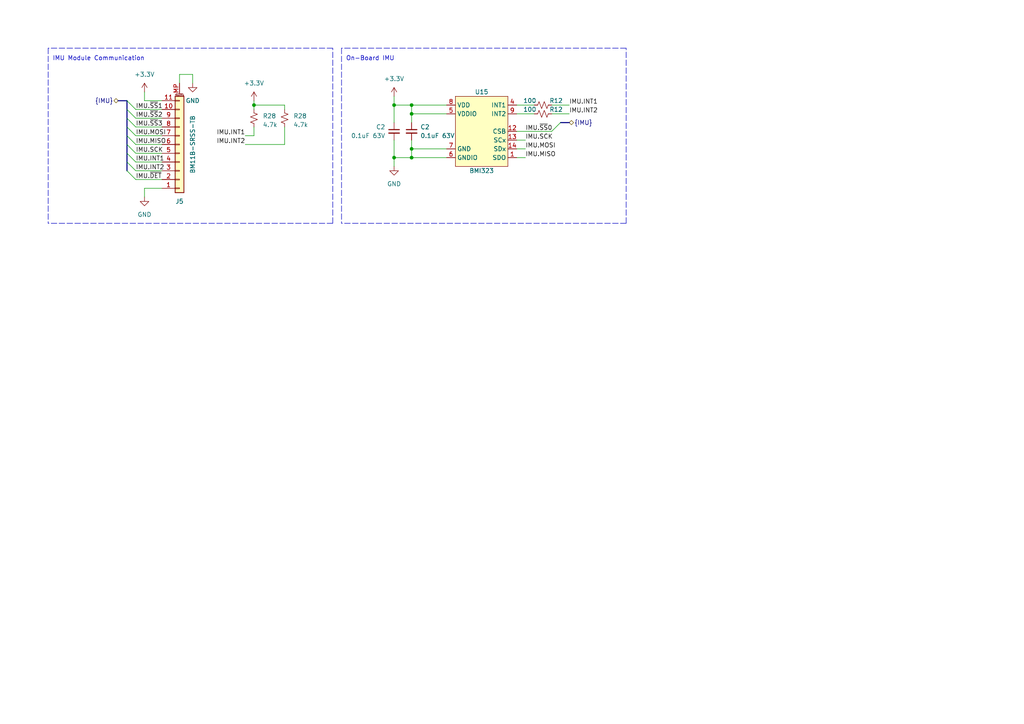
<source format=kicad_sch>
(kicad_sch (version 20230121) (generator eeschema)
  (paper "A4")
  (lib_symbols
    (symbol "AT-IMU:BMI323"
      (property "Reference" "U" (at 0 11.43 0))
      (property "Value" "BMI323" (at 0 -11.43 0))
      (symbol "BMI323_0_1"
        (rectangle (start -7.62 10.16) (end 7.62 -10.16) (fill (type background)))
      )
      (symbol "BMI323_1_1"
        (pin bidirectional line (at 10.16 -7.62 180) (length 2.54) (name "SDO") (number "1"))
        (pin no_connect line (at 33.02 -5.08 0) (length 2.54) hide (name "NC") (number "10"))
        (pin no_connect line (at 33.02 -7.62 0) (length 2.54) hide (name "NC") (number "11"))
        (pin input line (at 10.16 0 180) (length 2.54) (name "CSB") (number "12"))
        (pin input line (at 10.16 -2.54 180) (length 2.54) (name "SCx") (number "13"))
        (pin bidirectional line (at 10.16 -5.08 180) (length 2.54) (name "SDx") (number "14"))
        (pin no_connect line (at 33.02 0 0) (length 2.54) hide (name "NC") (number "2"))
        (pin no_connect line (at 33.02 -2.54 0) (length 2.54) hide (name "NC") (number "3"))
        (pin bidirectional line (at 10.16 7.62 180) (length 2.54) (name "INT1") (number "4"))
        (pin power_in line (at -10.16 5.08 0) (length 2.54) (name "VDDIO") (number "5"))
        (pin power_in line (at -10.16 -7.62 0) (length 2.54) (name "GNDIO") (number "6"))
        (pin power_in line (at -10.16 -5.08 0) (length 2.54) (name "GND") (number "7"))
        (pin power_in line (at -10.16 7.62 0) (length 2.54) (name "VDD") (number "8"))
        (pin bidirectional line (at 10.16 5.08 180) (length 2.54) (name "INT2") (number "9"))
      )
    )
    (symbol "Connector_Generic_MountingPin:Conn_01x11_MountingPin" (pin_names (offset 1.016) hide)
      (property "Reference" "J" (at 0 15.24 0))
      (property "Value" "Conn_01x11_MountingPin" (at 1.27 -15.24 0))
      (symbol "Conn_01x11_MountingPin_1_1"
        (rectangle (start -1.27 -12.573) (end 0 -12.827) (stroke (width 0.1524)))
        (rectangle (start -1.27 -10.033) (end 0 -10.287) (stroke (width 0.1524)))
        (rectangle (start -1.27 -7.493) (end 0 -7.747) (stroke (width 0.1524)))
        (rectangle (start -1.27 -4.953) (end 0 -5.207) (stroke (width 0.1524)))
        (rectangle (start -1.27 -2.413) (end 0 -2.667) (stroke (width 0.1524)))
        (rectangle (start -1.27 0.127) (end 0 -0.127) (stroke (width 0.1524)))
        (rectangle (start -1.27 2.667) (end 0 2.413) (stroke (width 0.1524)))
        (rectangle (start -1.27 5.207) (end 0 4.953) (stroke (width 0.1524)))
        (rectangle (start -1.27 7.747) (end 0 7.493) (stroke (width 0.1524)))
        (rectangle (start -1.27 10.287) (end 0 10.033) (stroke (width 0.1524)))
        (rectangle (start -1.27 12.827) (end 0 12.573) (stroke (width 0.1524)))
        (rectangle (start -1.27 13.97) (end 1.27 -13.97) (stroke (width 0.254)) (fill (type background)))
        (polyline (pts (xy -1.016 -14.732) (xy 1.016 -14.732)) (stroke (width 0.1524)))
        (text "Mounting" (at 0 -14.351 0) (effects (font (size 0.381 0.381))))
        (pin passive line (at -5.08 12.7 0) (length 3.81) (name "Pin_1") (number "1"))
        (pin passive line (at -5.08 -10.16 0) (length 3.81) (name "Pin_10") (number "10"))
        (pin passive line (at -5.08 -12.7 0) (length 3.81) (name "Pin_11") (number "11"))
        (pin passive line (at -5.08 10.16 0) (length 3.81) (name "Pin_2") (number "2"))
        (pin passive line (at -5.08 7.62 0) (length 3.81) (name "Pin_3") (number "3"))
        (pin passive line (at -5.08 5.08 0) (length 3.81) (name "Pin_4") (number "4"))
        (pin passive line (at -5.08 2.54 0) (length 3.81) (name "Pin_5") (number "5"))
        (pin passive line (at -5.08 0 0) (length 3.81) (name "Pin_6") (number "6"))
        (pin passive line (at -5.08 -2.54 0) (length 3.81) (name "Pin_7") (number "7"))
        (pin passive line (at -5.08 -5.08 0) (length 3.81) (name "Pin_8") (number "8"))
        (pin passive line (at -5.08 -7.62 0) (length 3.81) (name "Pin_9") (number "9"))
        (pin passive line (at 0 -17.78 90) (length 3.048) (name "MountPin") (number "MP"))
      )
    )
    (symbol "Device:C_Small" (pin_numbers hide) (pin_names (offset 0.254) hide)
      (property "Reference" "C" (at 0.254 1.778 0))
      (property "Value" "C_Small" (at 0.254 -2.032 0))
      (symbol "C_Small_0_1"
        (polyline (pts (xy -1.524 -0.508) (xy 1.524 -0.508)) (stroke (width 0.3302)))
        (polyline (pts (xy -1.524 0.508) (xy 1.524 0.508)) (stroke (width 0.3048)))
      )
      (symbol "C_Small_1_1"
        (pin passive line (at 0 2.54 270) (length 2.032) (name "~") (number "1"))
        (pin passive line (at 0 -2.54 90) (length 2.032) (name "~") (number "2"))
      )
    )
    (symbol "Device:R_Small_US" (pin_numbers hide) (pin_names (offset 0.254) hide)
      (property "Reference" "R" (at 0.762 0.508 0))
      (property "Value" "R_Small_US" (at 0.762 -1.016 0))
      (symbol "R_Small_US_1_1"
        (polyline (pts (xy 0 0) (xy 1.016 -0.381) (xy 0 -0.762) (xy -1.016 -1.143) (xy 0 -1.524)))
        (polyline (pts (xy 0 1.524) (xy 1.016 1.143) (xy 0 0.762) (xy -1.016 0.381) (xy 0 0)))
        (pin passive line (at 0 2.54 270) (length 1.016) (name "~") (number "1"))
        (pin passive line (at 0 -2.54 90) (length 1.016) (name "~") (number "2"))
      )
    )
    (symbol "power:+3.3V" (power) (pin_names (offset 0))
      (property "Value" "+3.3V" (at 0 3.556 0))
      (symbol "+3.3V_0_1"
        (polyline (pts (xy -0.762 1.27) (xy 0 2.54)))
        (polyline (pts (xy 0 0) (xy 0 2.54)))
        (polyline (pts (xy 0 2.54) (xy 0.762 1.27)))
      )
      (symbol "+3.3V_1_1"
        (pin power_in line (at 0 0 90) (length 0) hide (name "+3.3V") (number "1"))
      )
    )
    (symbol "power:GND" (power) (pin_names (offset 0))
      (property "Value" "GND" (at 0 -3.81 0))
      (symbol "GND_0_1"
        (polyline (pts (xy 0 0) (xy 0 -1.27) (xy 1.27 -1.27) (xy 0 -2.54) (xy -1.27 -1.27) (xy 0 -1.27)))
      )
      (symbol "GND_1_1"
        (pin power_in line (at 0 0 270) (length 0) hide (name "GND") (number "1"))
      )
    )
  )
  (junction (at 119.38 33.02))
  (junction (at 114.3 45.72))
  (junction (at 119.38 45.72))
  (junction (at 73.66 30.48))
  (junction (at 114.3 30.48))
  (junction (at 119.38 30.48))
  (junction (at 119.38 43.18))
  (bus_entry (at 36.83 29.21) (size 2.54 2.54))
  (bus_entry (at 36.83 31.75) (size 2.54 2.54))
  (bus_entry (at 36.83 44.45) (size 2.54 2.54))
  (bus_entry (at 36.83 34.29) (size 2.54 2.54))
  (bus_entry (at 36.83 36.83) (size 2.54 2.54))
  (bus_entry (at 36.83 39.37) (size 2.54 2.54))
  (bus_entry (at 36.83 46.99) (size 2.54 2.54))
  (bus_entry (at 36.83 41.91) (size 2.54 2.54))
  (bus_entry (at 162.56 35.56) (size -2.54 2.54))
  (bus_entry (at 36.83 49.53) (size 2.54 2.54))
  (wire (pts (xy 119.38 30.48) (xy 119.38 33.02)))
  (wire (pts (xy 52.07 24.13) (xy 52.07 21.59)))
  (wire (pts (xy 114.3 30.48) (xy 114.3 27.94)))
  (bus (pts (xy 36.83 41.91) (xy 36.83 44.45)))
  (wire (pts (xy 39.37 44.45) (xy 46.99 44.45)))
  (wire (pts (xy 73.66 36.83) (xy 73.66 39.37)))
  (wire (pts (xy 39.37 52.07) (xy 46.99 52.07)))
  (wire (pts (xy 55.88 21.59) (xy 55.88 24.13)))
  (wire (pts (xy 114.3 45.72) (xy 114.3 48.26)))
  (wire (pts (xy 39.37 34.29) (xy 46.99 34.29)))
  (wire (pts (xy 71.12 41.91) (xy 82.55 41.91)))
  (wire (pts (xy 46.99 54.61) (xy 41.91 54.61)))
  (wire (pts (xy 149.86 43.18) (xy 152.4 43.18)))
  (wire (pts (xy 119.38 43.18) (xy 119.38 45.72)))
  (polyline (pts (xy 181.61 64.77) (xy 99.06 64.77)) (stroke (width 0) (type dash)))
  (wire (pts (xy 73.66 29.21) (xy 73.66 30.48)))
  (polyline (pts (xy 181.61 64.77) (xy 181.61 13.97)) (stroke (width 0) (type dash)))
  (wire (pts (xy 52.07 21.59) (xy 55.88 21.59)))
  (wire (pts (xy 149.86 33.02) (xy 154.94 33.02)))
  (bus (pts (xy 36.83 36.83) (xy 36.83 39.37)))
  (polyline (pts (xy 96.52 64.77) (xy 96.52 13.97)) (stroke (width 0) (type dash)))
  (wire (pts (xy 119.38 40.64) (xy 119.38 43.18)))
  (wire (pts (xy 46.99 29.21) (xy 41.91 29.21)))
  (wire (pts (xy 119.38 33.02) (xy 129.54 33.02)))
  (wire (pts (xy 119.38 30.48) (xy 129.54 30.48)))
  (wire (pts (xy 149.86 30.48) (xy 154.94 30.48)))
  (wire (pts (xy 41.91 29.21) (xy 41.91 26.67)))
  (polyline (pts (xy 181.61 13.97) (xy 99.06 13.97)) (stroke (width 0) (type dash)))
  (wire (pts (xy 39.37 49.53) (xy 46.99 49.53)))
  (wire (pts (xy 71.12 39.37) (xy 73.66 39.37)))
  (wire (pts (xy 39.37 46.99) (xy 46.99 46.99)))
  (wire (pts (xy 149.86 38.1) (xy 160.02 38.1)))
  (polyline (pts (xy 96.52 13.97) (xy 13.97 13.97)) (stroke (width 0) (type dash)))
  (bus (pts (xy 36.83 44.45) (xy 36.83 46.99)))
  (bus (pts (xy 36.83 46.99) (xy 36.83 49.53)))
  (polyline (pts (xy 13.97 13.97) (xy 13.97 64.77)) (stroke (width 0) (type dash)))
  (wire (pts (xy 119.38 33.02) (xy 119.38 35.56)))
  (wire (pts (xy 149.86 45.72) (xy 152.4 45.72)))
  (wire (pts (xy 149.86 40.64) (xy 152.4 40.64)))
  (wire (pts (xy 39.37 31.75) (xy 46.99 31.75)))
  (wire (pts (xy 119.38 43.18) (xy 129.54 43.18)))
  (wire (pts (xy 41.91 54.61) (xy 41.91 57.15)))
  (bus (pts (xy 36.83 31.75) (xy 36.83 29.21)))
  (bus (pts (xy 36.83 31.75) (xy 36.83 34.29)))
  (bus (pts (xy 36.83 29.21) (xy 34.29 29.21)))
  (bus (pts (xy 162.56 35.56) (xy 165.1 35.56)))
  (wire (pts (xy 82.55 31.75) (xy 82.55 30.48)))
  (bus (pts (xy 36.83 34.29) (xy 36.83 36.83)))
  (polyline (pts (xy 96.52 64.77) (xy 13.97 64.77)) (stroke (width 0) (type dash)))
  (wire (pts (xy 119.38 45.72) (xy 129.54 45.72)))
  (wire (pts (xy 160.02 33.02) (xy 165.1 33.02)))
  (wire (pts (xy 39.37 36.83) (xy 46.99 36.83)))
  (wire (pts (xy 114.3 30.48) (xy 119.38 30.48)))
  (wire (pts (xy 114.3 40.64) (xy 114.3 45.72)))
  (polyline (pts (xy 99.06 13.97) (xy 99.06 64.77)) (stroke (width 0) (type dash)))
  (wire (pts (xy 73.66 30.48) (xy 82.55 30.48)))
  (wire (pts (xy 82.55 41.91) (xy 82.55 36.83)))
  (wire (pts (xy 39.37 39.37) (xy 46.99 39.37)))
  (bus (pts (xy 36.83 39.37) (xy 36.83 41.91)))
  (wire (pts (xy 160.02 30.48) (xy 165.1 30.48)))
  (wire (pts (xy 39.37 41.91) (xy 46.99 41.91)))
  (wire (pts (xy 114.3 30.48) (xy 114.3 35.56)))
  (wire (pts (xy 73.66 30.48) (xy 73.66 31.75)))
  (wire (pts (xy 114.3 45.72) (xy 119.38 45.72)))
  (text "On-Board IMU" (at 100.33 17.78 0) (effects (font (size 1.27 1.27)) (justify left bottom)))
  (text "IMU Module Communication" (at 15.24 17.78 0) (effects (font (size 1.27 1.27)) (justify left bottom)))
  (label "IMU.MOSI" (at 39.37 39.37 0))
  (label "IMU.MISO" (at 152.4 45.72 0))
  (label "IMU.~{SS}0" (at 152.4 38.1 0))
  (label "IMU.~{DET}" (at 39.37 52.07 0))
  (label "IMU.~{SS}2" (at 39.37 34.29 0))
  (label "IMU.INT1" (at 39.37 46.99 0))
  (label "IMU.SCK" (at 152.4 40.64 0))
  (label "IMU.INT2" (at 165.1 33.02 0))
  (label "IMU.~{SS}1" (at 39.37 31.75 0))
  (label "IMU.SCK" (at 39.37 44.45 0))
  (label "IMU.MISO" (at 39.37 41.91 0))
  (label "IMU.MOSI" (at 152.4 43.18 0))
  (label "IMU.INT2" (at 39.37 49.53 0))
  (label "IMU.INT1" (at 165.1 30.48 0))
  (label "IMU.INT2" (at 71.12 41.91 180))
  (label "IMU.~{SS}3" (at 39.37 36.83 0))
  (label "IMU.INT1" (at 71.12 39.37 180))
  (hierarchical_label "{IMU}" (shape bidirectional) (at 165.1 35.56 0))
  (hierarchical_label "{IMU}" (shape bidirectional) (at 34.29 29.21 180))
  (symbol (lib_id "power:+3.3V") (at 41.91 26.67 0) (unit 1)
    (property "Reference" "#PWR074" (effects hide))
    (property "Value" "+3.3V" (at 41.91 21.59 0))
    (instances (project "control" (path "" (reference "#PWR074") (unit 1)) (path "" (reference "#PWR015") (unit 1)) (path "" (reference "#PWR0295") (unit 1))))
  )
  (symbol (lib_id "Device:C_Small") (at 119.38 38.1 0) (unit 1)
    (property "Reference" "C2" (at 121.92 36.8362 0) (effects (justify left)))
    (property "Value" "0.1uF 63V" (at 121.92 39.3762 0) (effects (justify left)))
    (property "Footprint" "Capacitor_SMD:C_0402_1005Metric" (effects hide))
    (instances (project "control" (path "" (reference "C2") (unit 1)) (path "" (reference "C118") (unit 1))))
  )
  (symbol (lib_id "power:+3.3V") (at 114.3 27.94 0) (unit 1)
    (property "Reference" "#PWR074" (effects hide))
    (property "Value" "+3.3V" (at 114.3 22.86 0))
    (instances (project "control" (path "" (reference "#PWR074") (unit 1)) (path "" (reference "#PWR015") (unit 1)) (path "" (reference "#PWR0299") (unit 1))))
  )
  (symbol (lib_id "power:GND") (at 41.91 57.15 0) (unit 1)
    (property "Reference" "#PWR075" (effects hide))
    (property "Value" "GND" (at 41.91 62.23 0))
    (instances (project "control" (path "" (reference "#PWR075") (unit 1)) (path "" (reference "#PWR016") (unit 1)) (path "" (reference "#PWR0296") (unit 1))))
  )
  (symbol (lib_id "Device:R_Small_US") (at 157.48 30.48 90) (unit 1)
    (property "Reference" "R12" (at 161.29 29.21 90))
    (property "Value" "100" (at 153.67 29.21 90))
    (property "Footprint" "Resistor_SMD:R_0402_1005Metric" (effects hide))
    (instances (project "control" (path "" (reference "R12") (unit 1)) (path "" (reference "R67") (unit 1)) (path "" (reference "R239") (unit 1))))
  )
  (symbol (lib_id "Device:R_Small_US") (at 73.66 34.29 0) (unit 1)
    (property "Reference" "R28" (at 76.2 33.655 0) (effects (justify left)))
    (property "Value" "4.7k" (at 76.2 36.195 0) (effects (justify left)))
    (property "Footprint" "Resistor_SMD:R_0402_1005Metric" (effects hide))
    (instances (project "control" (path "" (reference "R28") (unit 1)) (path "" (reference "R2") (unit 1)) (path "" (reference "R237") (unit 1)) (path "" (reference "R237") (unit 1))))
  )
  (symbol (lib_id "Device:R_Small_US") (at 157.48 33.02 90) (unit 1)
    (property "Reference" "R12" (at 161.29 31.75 90))
    (property "Value" "100" (at 153.67 31.75 90))
    (property "Footprint" "Resistor_SMD:R_0402_1005Metric" (effects hide))
    (instances (project "control" (path "" (reference "R12") (unit 1)) (path "" (reference "R67") (unit 1)) (path "" (reference "R240") (unit 1))))
  )
  (symbol (lib_id "Connector_Generic_MountingPin:Conn_01x11_MountingPin") (at 52.07 41.91 0) (mirror x) (unit 1)
    (property "Reference" "J5" (at 52.07 58.42 0))
    (property "Value" "BM11B-SRSS-TB" (at 55.88 41.91 90))
    (property "Footprint" "Connector_JST:JST_SH_BM11B-SRSS-TB_1x11-1MP_P1.00mm_Vertical" (effects hide))
    (instances (project "control" (path "" (reference "J5") (unit 1)) (path "" (reference "J4") (unit 1)) (path "" (reference "J16") (unit 1))))
  )
  (symbol (lib_id "Device:R_Small_US") (at 82.55 34.29 0) (unit 1)
    (property "Reference" "R28" (at 85.09 33.655 0) (effects (justify left)))
    (property "Value" "4.7k" (at 85.09 36.195 0) (effects (justify left)))
    (property "Footprint" "Resistor_SMD:R_0402_1005Metric" (effects hide))
    (instances (project "control" (path "" (reference "R28") (unit 1)) (path "" (reference "R2") (unit 1)) (path "" (reference "R237") (unit 1)) (path "" (reference "R238") (unit 1))))
  )
  (symbol (lib_id "power:GND") (at 114.3 48.26 0) (unit 1)
    (property "Reference" "#PWR075" (effects hide))
    (property "Value" "GND" (at 114.3 53.34 0))
    (instances (project "control" (path "" (reference "#PWR075") (unit 1)) (path "" (reference "#PWR016") (unit 1)) (path "" (reference "#PWR0300") (unit 1))))
  )
  (symbol (lib_id "Device:C_Small") (at 114.3 38.1 0) (mirror y) (unit 1)
    (property "Reference" "C2" (at 111.76 36.8362 0) (effects (justify left)))
    (property "Value" "0.1uF 63V" (at 111.76 39.3762 0) (effects (justify left)))
    (property "Footprint" "Capacitor_SMD:C_0402_1005Metric" (effects hide))
    (instances (project "control" (path "" (reference "C2") (unit 1)) (path "" (reference "C117") (unit 1))))
  )
  (symbol (lib_id "power:GND") (at 55.88 24.13 0) (unit 1)
    (property "Reference" "#PWR081" (effects hide))
    (property "Value" "GND" (at 55.88 29.21 0))
    (instances (project "control" (path "" (reference "#PWR081") (unit 1)) (path "" (reference "#PWR020") (unit 1)) (path "" (reference "#PWR0297") (unit 1))))
  )
  (symbol (lib_id "power:+3.3V") (at 73.66 29.21 0) (unit 1)
    (property "Reference" "#PWR074" (effects hide))
    (property "Value" "+3.3V" (at 73.66 24.13 0))
    (instances (project "control" (path "" (reference "#PWR074") (unit 1)) (path "" (reference "#PWR015") (unit 1)) (path "" (reference "#PWR0298") (unit 1))))
  )
  (symbol (lib_id "AT-IMU:BMI323") (at 139.7 38.1 0) (unit 1)
    (property "Reference" "U15" (at 139.7 26.67 0))
    (property "Value" "BMI323" (at 139.7 49.53 0))
    (property "Footprint" "AT-IMU:BMI323" (effects hide))
    (property "Datasheet" "https://www.bosch-sensortec.com/media/boschsensortec/downloads/datasheets/bst-bmi323-ds000.pdf" (effects hide))
  )
)
</source>
